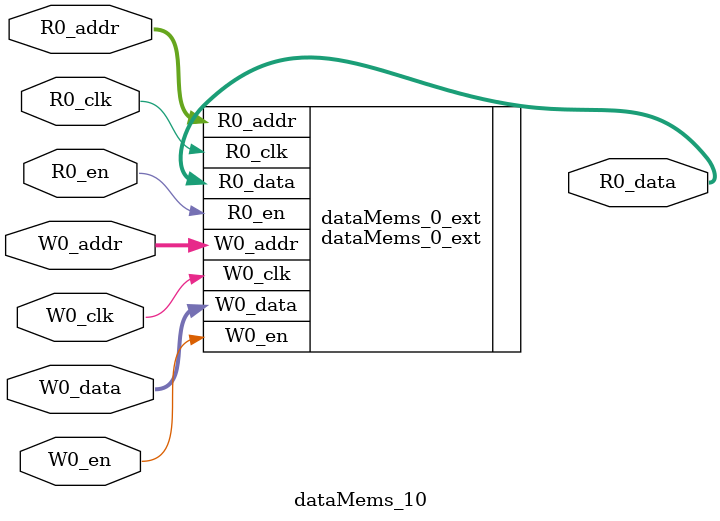
<source format=sv>
`ifndef RANDOMIZE
  `ifdef RANDOMIZE_REG_INIT
    `define RANDOMIZE
  `endif // RANDOMIZE_REG_INIT
`endif // not def RANDOMIZE
`ifndef RANDOMIZE
  `ifdef RANDOMIZE_MEM_INIT
    `define RANDOMIZE
  `endif // RANDOMIZE_MEM_INIT
`endif // not def RANDOMIZE

`ifndef RANDOM
  `define RANDOM $random
`endif // not def RANDOM

// Users can define 'PRINTF_COND' to add an extra gate to prints.
`ifndef PRINTF_COND_
  `ifdef PRINTF_COND
    `define PRINTF_COND_ (`PRINTF_COND)
  `else  // PRINTF_COND
    `define PRINTF_COND_ 1
  `endif // PRINTF_COND
`endif // not def PRINTF_COND_

// Users can define 'ASSERT_VERBOSE_COND' to add an extra gate to assert error printing.
`ifndef ASSERT_VERBOSE_COND_
  `ifdef ASSERT_VERBOSE_COND
    `define ASSERT_VERBOSE_COND_ (`ASSERT_VERBOSE_COND)
  `else  // ASSERT_VERBOSE_COND
    `define ASSERT_VERBOSE_COND_ 1
  `endif // ASSERT_VERBOSE_COND
`endif // not def ASSERT_VERBOSE_COND_

// Users can define 'STOP_COND' to add an extra gate to stop conditions.
`ifndef STOP_COND_
  `ifdef STOP_COND
    `define STOP_COND_ (`STOP_COND)
  `else  // STOP_COND
    `define STOP_COND_ 1
  `endif // STOP_COND
`endif // not def STOP_COND_

// Users can define INIT_RANDOM as general code that gets injected into the
// initializer block for modules with registers.
`ifndef INIT_RANDOM
  `define INIT_RANDOM
`endif // not def INIT_RANDOM

// If using random initialization, you can also define RANDOMIZE_DELAY to
// customize the delay used, otherwise 0.002 is used.
`ifndef RANDOMIZE_DELAY
  `define RANDOMIZE_DELAY 0.002
`endif // not def RANDOMIZE_DELAY

// Define INIT_RANDOM_PROLOG_ for use in our modules below.
`ifndef INIT_RANDOM_PROLOG_
  `ifdef RANDOMIZE
    `ifdef VERILATOR
      `define INIT_RANDOM_PROLOG_ `INIT_RANDOM
    `else  // VERILATOR
      `define INIT_RANDOM_PROLOG_ `INIT_RANDOM #`RANDOMIZE_DELAY begin end
    `endif // VERILATOR
  `else  // RANDOMIZE
    `define INIT_RANDOM_PROLOG_
  `endif // RANDOMIZE
`endif // not def INIT_RANDOM_PROLOG_

// Include register initializers in init blocks unless synthesis is set
`ifndef SYNTHESIS
  `ifndef ENABLE_INITIAL_REG_
    `define ENABLE_INITIAL_REG_
  `endif // not def ENABLE_INITIAL_REG_
`endif // not def SYNTHESIS

// Include rmemory initializers in init blocks unless synthesis is set
`ifndef SYNTHESIS
  `ifndef ENABLE_INITIAL_MEM_
    `define ENABLE_INITIAL_MEM_
  `endif // not def ENABLE_INITIAL_MEM_
`endif // not def SYNTHESIS

module dataMems_10(	// @[generators/ara/src/main/scala/UnsafeAXI4ToTL.scala:365:62]
  input  [4:0]   R0_addr,
  input          R0_en,
  input          R0_clk,
  output [130:0] R0_data,
  input  [4:0]   W0_addr,
  input          W0_en,
  input          W0_clk,
  input  [130:0] W0_data
);

  dataMems_0_ext dataMems_0_ext (	// @[generators/ara/src/main/scala/UnsafeAXI4ToTL.scala:365:62]
    .R0_addr (R0_addr),
    .R0_en   (R0_en),
    .R0_clk  (R0_clk),
    .R0_data (R0_data),
    .W0_addr (W0_addr),
    .W0_en   (W0_en),
    .W0_clk  (W0_clk),
    .W0_data (W0_data)
  );
endmodule


</source>
